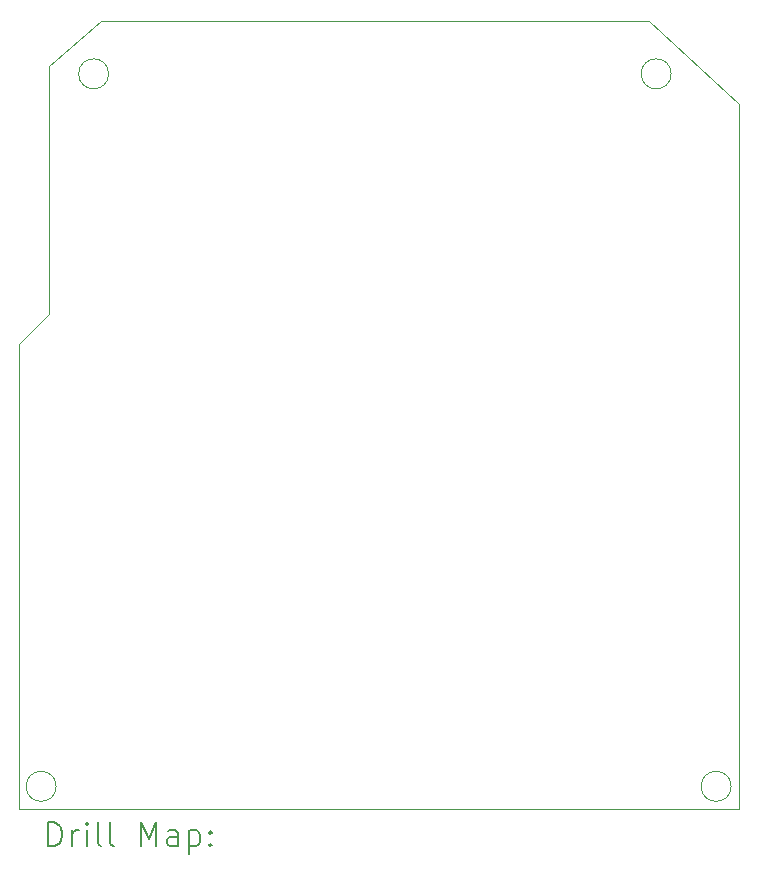
<source format=gbr>
%TF.GenerationSoftware,KiCad,Pcbnew,(6.0.9)*%
%TF.CreationDate,2023-01-01T04:27:09+02:00*%
%TF.ProjectId,ESP32_LEDCONTROLLER,45535033-325f-44c4-9544-434f4e54524f,rev?*%
%TF.SameCoordinates,Original*%
%TF.FileFunction,Drillmap*%
%TF.FilePolarity,Positive*%
%FSLAX45Y45*%
G04 Gerber Fmt 4.5, Leading zero omitted, Abs format (unit mm)*
G04 Created by KiCad (PCBNEW (6.0.9)) date 2023-01-01 04:27:09*
%MOMM*%
%LPD*%
G01*
G04 APERTURE LIST*
%ADD10C,0.100000*%
%ADD11C,0.200000*%
G04 APERTURE END LIST*
D10*
X14668500Y-15494000D02*
G75*
G03*
X14668500Y-15494000I-127000J0D01*
G01*
X14160500Y-9461500D02*
G75*
G03*
X14160500Y-9461500I-127000J0D01*
G01*
X9398000Y-9461500D02*
G75*
G03*
X9398000Y-9461500I-127000J0D01*
G01*
X8953500Y-15494000D02*
G75*
G03*
X8953500Y-15494000I-127000J0D01*
G01*
X14732000Y-9715500D02*
X14732000Y-15684500D01*
X8636000Y-15684500D01*
X8636000Y-11747500D01*
X8890000Y-11493500D01*
X8890000Y-9398000D01*
X9334500Y-9017000D01*
X13970000Y-9017000D01*
X14732000Y-9715500D01*
D11*
X8888619Y-15999976D02*
X8888619Y-15799976D01*
X8936238Y-15799976D01*
X8964810Y-15809500D01*
X8983857Y-15828548D01*
X8993381Y-15847595D01*
X9002905Y-15885690D01*
X9002905Y-15914262D01*
X8993381Y-15952357D01*
X8983857Y-15971405D01*
X8964810Y-15990452D01*
X8936238Y-15999976D01*
X8888619Y-15999976D01*
X9088619Y-15999976D02*
X9088619Y-15866643D01*
X9088619Y-15904738D02*
X9098143Y-15885690D01*
X9107667Y-15876167D01*
X9126714Y-15866643D01*
X9145762Y-15866643D01*
X9212429Y-15999976D02*
X9212429Y-15866643D01*
X9212429Y-15799976D02*
X9202905Y-15809500D01*
X9212429Y-15819024D01*
X9221952Y-15809500D01*
X9212429Y-15799976D01*
X9212429Y-15819024D01*
X9336238Y-15999976D02*
X9317190Y-15990452D01*
X9307667Y-15971405D01*
X9307667Y-15799976D01*
X9441000Y-15999976D02*
X9421952Y-15990452D01*
X9412429Y-15971405D01*
X9412429Y-15799976D01*
X9669571Y-15999976D02*
X9669571Y-15799976D01*
X9736238Y-15942833D01*
X9802905Y-15799976D01*
X9802905Y-15999976D01*
X9983857Y-15999976D02*
X9983857Y-15895214D01*
X9974333Y-15876167D01*
X9955286Y-15866643D01*
X9917190Y-15866643D01*
X9898143Y-15876167D01*
X9983857Y-15990452D02*
X9964810Y-15999976D01*
X9917190Y-15999976D01*
X9898143Y-15990452D01*
X9888619Y-15971405D01*
X9888619Y-15952357D01*
X9898143Y-15933309D01*
X9917190Y-15923786D01*
X9964810Y-15923786D01*
X9983857Y-15914262D01*
X10079095Y-15866643D02*
X10079095Y-16066643D01*
X10079095Y-15876167D02*
X10098143Y-15866643D01*
X10136238Y-15866643D01*
X10155286Y-15876167D01*
X10164810Y-15885690D01*
X10174333Y-15904738D01*
X10174333Y-15961881D01*
X10164810Y-15980928D01*
X10155286Y-15990452D01*
X10136238Y-15999976D01*
X10098143Y-15999976D01*
X10079095Y-15990452D01*
X10260048Y-15980928D02*
X10269571Y-15990452D01*
X10260048Y-15999976D01*
X10250524Y-15990452D01*
X10260048Y-15980928D01*
X10260048Y-15999976D01*
X10260048Y-15876167D02*
X10269571Y-15885690D01*
X10260048Y-15895214D01*
X10250524Y-15885690D01*
X10260048Y-15876167D01*
X10260048Y-15895214D01*
M02*

</source>
